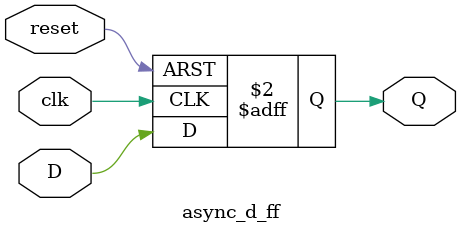
<source format=v>
module async_d_ff (
    input D,clk,reset,
    output reg Q
);

always @ (posedge clk or posedge reset) begin
    if (reset)
        Q <= 0;
    else
        Q <= D;
end

endmodule

</source>
